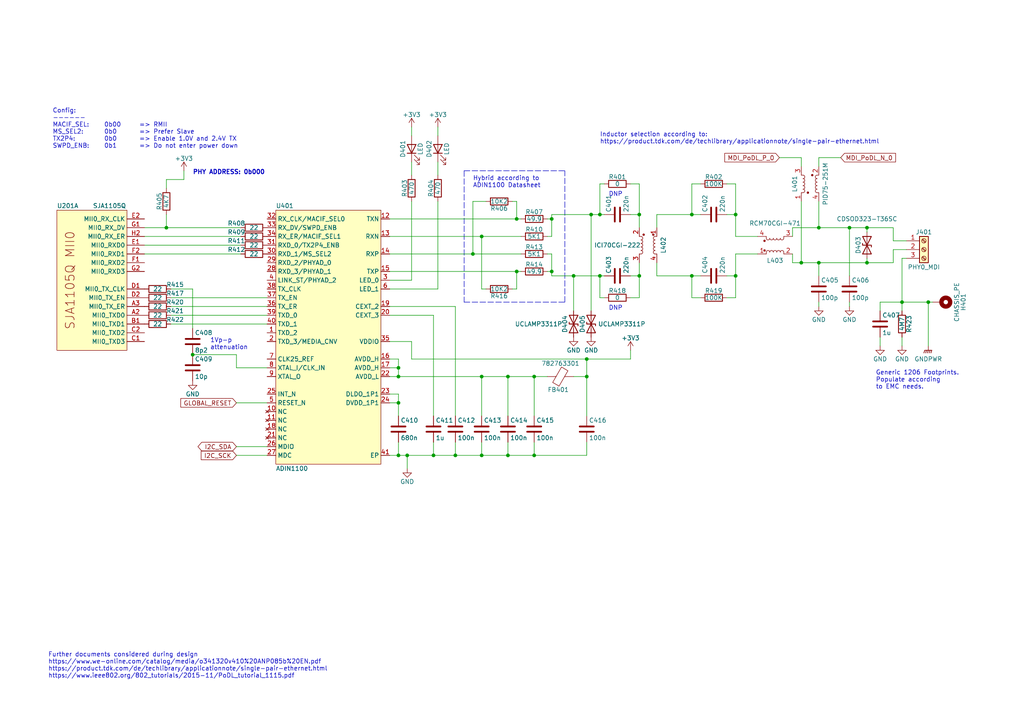
<source format=kicad_sch>
(kicad_sch (version 20211123) (generator eeschema)
  (paper "A4")
  (title_block (title "Open Hardware 10Base-T1L Switch") (date "2023-04-07") (rev "REV A") (company "Peter Heinrich") (comment 1 "Open Hardware License CERN-OHL-P v2") (comment 2 "https://github.com/peterheinrich/Open_10Base-T1L_Switch"))
  (lib_symbols
    (symbol "ADIN1100:ADIN1100"
      (property "Reference" "U" (at 0 1.27 0))
      (property "Value" "ADIN1100" (at 0 -74.93 0))
      (symbol "ADIN1100_1_1"
        (pin input line (at -2.54 -35.56 0) (length 2.54) (name "TXD_2") (number "1"))
        (pin no_connect line (at -2.54 -58.42 0) (length 2.54) (name "NC") (number "10"))
        (pin no_connect line (at -2.54 -60.96 0) (length 2.54) (name "NC") (number "11"))
        (pin bidirectional line (at 33.02 -2.54 180) (length 2.54) (name "TXN") (number "12"))
        (pin bidirectional line (at 33.02 -7.62 180) (length 2.54) (name "RXN") (number "13"))
        (pin bidirectional line (at 33.02 -12.7 180) (length 2.54) (name "RXP") (number "14"))
        (pin bidirectional line (at 33.02 -17.78 180) (length 2.54) (name "TXP") (number "15"))
        (pin power_in line (at 33.02 -43.18 180) (length 2.54) (name "AVDD_H") (number "16"))
        (pin power_in line (at 33.02 -45.72 180) (length 2.54) (name "AVDD_H") (number "17"))
        (pin no_connect line (at -2.54 -63.5 0) (length 2.54) (name "NC") (number "18"))
        (pin input line (at 33.02 -27.94 180) (length 2.54) (name "CEXT_2") (number "19"))
        (pin input line (at -2.54 -38.1 0) (length 2.54) (name "TXD_3/MEDIA_CNV") (number "2"))
        (pin input line (at 33.02 -30.48 180) (length 2.54) (name "CEXT_3") (number "20"))
        (pin no_connect line (at -2.54 -66.04 0) (length 2.54) (name "NC") (number "21"))
        (pin power_in line (at 33.02 -48.26 180) (length 2.54) (name "AVDD_L") (number "22"))
        (pin power_in line (at 33.02 -53.34 180) (length 2.54) (name "DLDO_1P1") (number "23"))
        (pin power_in line (at 33.02 -55.88 180) (length 2.54) (name "DVDD_1P1") (number "24"))
        (pin output line (at -2.54 -53.34 0) (length 2.54) (name "INT_N") (number "25"))
        (pin bidirectional line (at -2.54 -68.58 0) (length 2.54) (name "MDIO") (number "26"))
        (pin input line (at -2.54 -71.12 0) (length 2.54) (name "MDC") (number "27"))
        (pin output line (at -2.54 -17.78 0) (length 2.54) (name "RXD_3/PHYAD_1") (number "28"))
        (pin output line (at -2.54 -15.24 0) (length 2.54) (name "RXD_2/PHYAD_0") (number "29"))
        (pin output line (at 33.02 -20.32 180) (length 2.54) (name "LED_0") (number "3"))
        (pin output line (at -2.54 -12.7 0) (length 2.54) (name "RXD_1/MS_SEL2") (number "30"))
        (pin output line (at -2.54 -10.16 0) (length 2.54) (name "RXD_0/TX2P4_ENB") (number "31"))
        (pin output line (at -2.54 -2.54 0) (length 2.54) (name "RX_CLK/MACIF_SEL0") (number "32"))
        (pin output line (at -2.54 -5.08 0) (length 2.54) (name "RX_DV/SWPD_ENB") (number "33"))
        (pin output line (at -2.54 -7.62 0) (length 2.54) (name "RX_ER/MACIF_SEL1") (number "34"))
        (pin power_in line (at 33.02 -38.1 180) (length 2.54) (name "VDDIO") (number "35"))
        (pin input line (at -2.54 -27.94 0) (length 2.54) (name "TX_ER") (number "36"))
        (pin input line (at -2.54 -25.4 0) (length 2.54) (name "TX_EN") (number "37"))
        (pin output line (at -2.54 -22.86 0) (length 2.54) (name "TX_CLK") (number "38"))
        (pin input line (at -2.54 -30.48 0) (length 2.54) (name "TXD_0") (number "39"))
        (pin output line (at -2.54 -20.32 0) (length 2.54) (name "LINK_ST/PHYAD_2") (number "4"))
        (pin input line (at -2.54 -33.02 0) (length 2.54) (name "TXD_1") (number "40"))
        (pin power_in line (at 33.02 -71.12 180) (length 2.54) (name "EP") (number "41"))
        (pin input line (at -2.54 -55.88 0) (length 2.54) (name "RESET_N") (number "5"))
        (pin output line (at 33.02 -22.86 180) (length 2.54) (name "LED_1") (number "6"))
        (pin output line (at -2.54 -43.18 0) (length 2.54) (name "CLK25_REF") (number "7"))
        (pin input line (at -2.54 -45.72 0) (length 2.54) (name "XTAL_I/CLK_IN") (number "8"))
        (pin output line (at -2.54 -48.26 0) (length 2.54) (name "XTAL_O") (number "9"))
      )
    )
    (symbol "Connector:Screw_Terminal_01x03" (pin_names (offset 1.016) hide)
      (property "Reference" "J" (at 0 5.08 0))
      (property "Value" "Screw_Terminal_01x03" (at 0 -5.08 0))
      (symbol "Screw_Terminal_01x03_1_1"
        (pin passive line (at -5.08 2.54 0) (length 3.81) (name "Pin_1") (number "1"))
        (pin passive line (at -5.08 0 0) (length 3.81) (name "Pin_2") (number "2"))
        (pin passive line (at -5.08 -2.54 0) (length 3.81) (name "Pin_3") (number "3"))
      )
    )
    (symbol "Device:C" (pin_numbers hide) (pin_names (offset 0.254))
      (property "Reference" "C" (at 0.635 2.54 0))
      (property "Value" "C" (at 0.635 -2.54 0))
      (symbol "C_1_1"
        (pin passive line (at 0 3.81 270) (length 2.794) (name "~") (number "1"))
        (pin passive line (at 0 -3.81 90) (length 2.794) (name "~") (number "2"))
      )
    )
    (symbol "Device:D_TVS" (pin_numbers hide) (pin_names (offset 1.016) hide)
      (property "Reference" "D" (at 0 2.54 0))
      (property "Value" "D_TVS" (at 0 -2.54 0))
      (symbol "D_TVS_1_1"
        (pin passive line (at -3.81 0 0) (length 2.54) (name "A1") (number "1"))
        (pin passive line (at 3.81 0 180) (length 2.54) (name "A2") (number "2"))
      )
    )
    (symbol "Device:FerriteBead" (pin_numbers hide) (pin_names (offset 0))
      (property "Reference" "FB" (at -3.81 0.635 90))
      (property "Value" "FerriteBead" (at 3.81 0 90))
      (symbol "FerriteBead_1_1"
        (pin passive line (at 0 3.81 270) (length 2.54) (name "~") (number "1"))
        (pin passive line (at 0 -3.81 90) (length 2.54) (name "~") (number "2"))
      )
    )
    (symbol "Device:LED" (pin_numbers hide) (pin_names (offset 1.016) hide)
      (property "Reference" "D" (at 0 2.54 0))
      (property "Value" "LED" (at 0 -2.54 0))
      (symbol "LED_1_1"
        (pin passive line (at -3.81 0 0) (length 2.54) (name "K") (number "1"))
        (pin passive line (at 3.81 0 180) (length 2.54) (name "A") (number "2"))
      )
    )
    (symbol "Device:L_Coupled_1243" (pin_names (offset 0.254) hide)
      (property "Reference" "L" (at 0 4.445 0))
      (property "Value" "L_Coupled_1243" (at 0 -4.445 0))
      (symbol "L_Coupled_1243_1_1"
        (pin passive line (at -5.08 2.54 0) (length 2.54) (name "1") (number "1"))
        (pin passive line (at 5.08 2.54 180) (length 2.54) (name "2") (number "2"))
        (pin passive line (at 5.08 -2.54 180) (length 2.54) (name "3") (number "3"))
        (pin passive line (at -5.08 -2.54 0) (length 2.54) (name "4") (number "4"))
      )
    )
    (symbol "Device:L_Coupled_1423" (pin_names (offset 0.254) hide)
      (property "Reference" "L" (at 0 4.445 0))
      (property "Value" "L_Coupled_1423" (at 0 -4.445 0))
      (symbol "L_Coupled_1423_1_1"
        (pin passive line (at -5.08 2.54 0) (length 2.54) (name "1") (number "1"))
        (pin passive line (at -5.08 -2.54 0) (length 2.54) (name "2") (number "2"))
        (pin passive line (at 5.08 -2.54 180) (length 2.54) (name "3") (number "3"))
        (pin passive line (at 5.08 2.54 180) (length 2.54) (name "4") (number "4"))
      )
    )
    (symbol "Device:R" (pin_numbers hide) (pin_names (offset 0))
      (property "Reference" "R" (at 2.032 0 90))
      (property "Value" "R" (at 0 0 90))
      (symbol "R_1_1"
        (pin passive line (at 0 3.81 270) (length 1.27) (name "~") (number "1"))
        (pin passive line (at 0 -3.81 90) (length 1.27) (name "~") (number "2"))
      )
    )
    (symbol "L_differential_1324:L_Coupled_1324" (pin_names (offset 0.254) hide)
      (property "Reference" "L?" (at 0 4.445 0))
      (property "Value" "L_Coupled_1324" (at 0 -4.445 0))
      (symbol "L_Coupled_1324_1_1"
        (pin passive line (at -5.08 2.54 0) (length 2.54) (name "1") (number "1"))
        (pin passive line (at 5.08 -2.54 180) (length 2.54) (name "2") (number "2"))
        (pin passive line (at 5.08 2.54 180) (length 2.54) (name "3") (number "3"))
        (pin passive line (at -5.08 -2.54 0) (length 2.54) (name "4") (number "4"))
      )
    )
    (symbol "Mechanical:MountingHole_Pad" (pin_numbers hide) (pin_names (offset 1.016) hide)
      (property "Reference" "H" (at 0 6.35 0))
      (property "Value" "MountingHole_Pad" (at 0 4.445 0))
      (symbol "MountingHole_Pad_1_1"
        (pin input line (at 0 -2.54 90) (length 2.54) (name "1") (number "1"))
      )
    )
    (symbol "SJA1105Q:SJA1105Q"
      (property "Reference" "U" (at 0 1.27 0))
      (property "Value" "SJA1105Q" (at 15.24 1.27 0))
      (symbol "SJA1105Q_1_1"
        (text "SJA1105Q MII0" (at 3.81 -20.32 900) (effects (font (size 2.54 2.54))))
        (pin output line (at 25.4 -30.48 180) (length 5.08) (name "MII0_TXD0") (number "A2"))
        (pin output line (at 25.4 -27.94 180) (length 5.08) (name "MII0_TX_ER") (number "A3"))
        (pin output line (at 25.4 -33.02 180) (length 5.08) (name "MII0_TXD1") (number "B1"))
        (pin output line (at 25.4 -38.1 180) (length 5.08) (name "MII0_TXD3") (number "C1"))
        (pin output line (at 25.4 -35.56 180) (length 5.08) (name "MII0_TXD2") (number "C2"))
        (pin bidirectional line (at 25.4 -22.86 180) (length 5.08) (name "MII0_TX_CLK") (number "D1"))
        (pin output line (at 25.4 -25.4 180) (length 5.08) (name "MII0_TX_EN") (number "D2"))
        (pin input line (at 25.4 -10.16 180) (length 5.08) (name "MII0_RXD0") (number "E1"))
        (pin bidirectional line (at 25.4 -2.54 180) (length 5.08) (name "MII0_RX_CLK") (number "E2"))
        (pin input line (at 25.4 -15.24 180) (length 5.08) (name "MII0_RXD2") (number "F1"))
        (pin input line (at 25.4 -12.7 180) (length 5.08) (name "MII0_RXD1") (number "F2"))
        (pin input line (at 25.4 -5.08 180) (length 5.08) (name "MII0_RX_DV") (number "G1"))
        (pin input line (at 25.4 -17.78 180) (length 5.08) (name "MII0_RXD3") (number "G2"))
        (pin input line (at 25.4 -7.62 180) (length 5.08) (name "MII0_RX_ER") (number "H2"))
      )
      (symbol "SJA1105Q_2_1"
        (text "SJA1105Q MII1" (at 3.81 -20.32 900) (effects (font (size 2.54 2.54))))
        (pin output line (at 25.4 -27.94 180) (length 5.08) (name "MII1_TX_ER") (number "A10"))
        (pin input line (at 25.4 -5.08 180) (length 5.08) (name "MII1_RX_DV") (number "A4"))
        (pin input line (at 25.4 -15.24 180) (length 5.08) (name "MII1_RXD2") (number "A5"))
        (pin input line (at 25.4 -10.16 180) (length 5.08) (name "MII1_RXD0") (number "A6"))
        (pin bidirectional line (at 25.4 -22.86 180) (length 5.08) (name "MII1_TX_CLK") (number "A7"))
        (pin output line (at 25.4 -38.1 180) (length 5.08) (name "MII1_TXD3") (number "A8"))
        (pin output line (at 25.4 -33.02 180) (length 5.08) (name "MII1_TXD1") (number "A9"))
        (pin input line (at 25.4 -7.62 180) (length 5.08) (name "MII1_RX_ER") (number "B3"))
        (pin input line (at 25.4 -17.78 180) (length 5.08) (name "MII1_RXD3") (number "B4"))
        (pin input line (at 25.4 -12.7 180) (length 5.08) (name "MII1_RXD1") (number "B5"))
        (pin bidirectional line (at 25.4 -2.54 180) (length 5.08) (name "MII1_RX_CLK") (number "B6"))
        (pin output line (at 25.4 -25.4 180) (length 5.08) (name "MII1_TX_EN") (number "B7"))
        (pin output line (at 25.4 -35.56 180) (length 5.08) (name "MII1_TXD2") (number "B8"))
        (pin output line (at 25.4 -30.48 180) (length 5.08) (name "MII1_TXD0") (number "B9"))
      )
      (symbol "SJA1105Q_3_1"
        (text "SJA1105Q MII2" (at 3.81 -20.32 900) (effects (font (size 2.54 2.54))))
        (pin input line (at 25.4 -5.08 180) (length 5.08) (name "MII2_RX_DV") (number "A11"))
        (pin input line (at 25.4 -15.24 180) (length 5.08) (name "MII2_RXD2") (number "A12"))
        (pin input line (at 25.4 -10.16 180) (length 5.08) (name "MII2_RXD0") (number "A13"))
        (pin input line (at 25.4 -7.62 180) (length 5.08) (name "MII2_RX_ER") (number "B10"))
        (pin input line (at 25.4 -17.78 180) (length 5.08) (name "MII2_RXD3") (number "B11"))
        (pin input line (at 25.4 -12.7 180) (length 5.08) (name "MII2_RXD1") (number "B12"))
        (pin bidirectional line (at 25.4 -2.54 180) (length 5.08) (name "MII2_RX_CLK") (number "B14"))
        (pin output line (at 25.4 -25.4 180) (length 5.08) (name "MII2_TX_EN") (number "C13"))
        (pin bidirectional line (at 25.4 -22.86 180) (length 5.08) (name "MII2_TX_CLK") (number "C14"))
        (pin output line (at 25.4 -35.56 180) (length 5.08) (name "MII2_TXD2") (number "D13"))
        (pin output line (at 25.4 -38.1 180) (length 5.08) (name "MII2_TXD3") (number "D14"))
        (pin output line (at 25.4 -30.48 180) (length 5.08) (name "MII2_TXD0") (number "E13"))
        (pin output line (at 25.4 -33.02 180) (length 5.08) (name "MII2_TXD1") (number "E14"))
        (pin output line (at 25.4 -27.94 180) (length 5.08) (name "MII2_TX_ER") (number "F14"))
      )
      (symbol "SJA1105Q_4_1"
        (text "SJA1105Q MII3" (at 3.81 -20.32 900) (effects (font (size 2.54 2.54))))
        (pin input line (at 25.4 -7.62 180) (length 5.08) (name "MII3_RX_ER") (number "F13"))
        (pin input line (at 25.4 -17.78 180) (length 5.08) (name "MII3_RXD3") (number "G13"))
        (pin input line (at 25.4 -5.08 180) (length 5.08) (name "MII3_RX_DV") (number "G14"))
        (pin input line (at 25.4 -12.7 180) (length 5.08) (name "MII3_RXD1") (number "H13"))
        (pin input line (at 25.4 -15.24 180) (length 5.08) (name "MII3_RXD2") (number "H14"))
        (pin bidirectional line (at 25.4 -2.54 180) (length 5.08) (name "MII3_RX_CLK") (number "J13"))
        (pin input line (at 25.4 -10.16 180) (length 5.08) (name "MII3_RXD0") (number "J14"))
        (pin output line (at 25.4 -25.4 180) (length 5.08) (name "MII3_TX_EN") (number "K13"))
        (pin bidirectional line (at 25.4 -22.86 180) (length 5.08) (name "MII3_TX_CLK") (number "K14"))
        (pin output line (at 25.4 -35.56 180) (length 5.08) (name "MII3_TXD2") (number "L13"))
        (pin output line (at 25.4 -38.1 180) (length 5.08) (name "MII3_TXD3") (number "L14"))
        (pin output line (at 25.4 -30.48 180) (length 5.08) (name "MII3_TXD0") (number "M13"))
        (pin output line (at 25.4 -33.02 180) (length 5.08) (name "MII3_TXD1") (number "M14"))
        (pin output line (at 25.4 -27.94 180) (length 5.08) (name "MII3_TX_ER") (number "N14"))
      )
      (symbol "SJA1105Q_5_1"
        (text "SJA1105Q MII4" (at 3.81 -20.32 900) (effects (font (size 2.54 2.54))))
        (pin input line (at 25.4 -10.16 180) (length 5.08) (name "MII4_RXD0") (number "N10"))
        (pin input line (at 25.4 -15.24 180) (length 5.08) (name "MII4_RXD2") (number "N11"))
        (pin input line (at 25.4 -5.08 180) (length 5.08) (name "MII4_RX_DV") (number "N12"))
        (pin output line (at 25.4 -33.02 180) (length 5.08) (name "MII4_TXD1") (number "N7"))
        (pin output line (at 25.4 -38.1 180) (length 5.08) (name "MII4_TXD3") (number "N8"))
        (pin bidirectional line (at 25.4 -22.86 180) (length 5.08) (name "MII4_TX_CLK") (number "N9"))
        (pin bidirectional line (at 25.4 -2.54 180) (length 5.08) (name "MII4_RX_CLK") (number "P10"))
        (pin input line (at 25.4 -12.7 180) (length 5.08) (name "MII4_RXD1") (number "P11"))
        (pin input line (at 25.4 -17.78 180) (length 5.08) (name "MII4_RXD3") (number "P12"))
        (pin input line (at 25.4 -7.62 180) (length 5.08) (name "MII4_RX_ER") (number "P13"))
        (pin output line (at 25.4 -27.94 180) (length 5.08) (name "MII4_TX_ER") (number "P6"))
        (pin output line (at 25.4 -30.48 180) (length 5.08) (name "MII4_TXD0") (number "P7"))
        (pin output line (at 25.4 -35.56 180) (length 5.08) (name "MII4_TXD2") (number "P8"))
        (pin output line (at 25.4 -25.4 180) (length 5.08) (name "MII4_TX_EN") (number "P9"))
      )
      (symbol "SJA1105Q_6_1"
        (text "SJA1105Q CLK" (at 15.24 -17.78 900) (effects (font (size 2.54 2.54))))
        (pin output line (at -5.08 -2.54 0) (length 5.08) (name "CLK_OUT") (number "H1"))
        (pin input line (at -5.08 -20.32 0) (length 5.08) (name "OSC_IN") (number "K2"))
        (pin output line (at -5.08 -7.62 0) (length 5.08) (name "OSC_OUT") (number "L1"))
        (pin power_in line (at 33.02 -17.78 180) (length 5.08) (name "i.c.") (number "L4"))
        (pin input line (at 33.02 -2.54 180) (length 5.08) (name "TRST_N") (number "M1"))
        (pin input line (at 33.02 -10.16 180) (length 5.08) (name "TDI") (number "M2"))
        (pin input line (at 33.02 -12.7 180) (length 5.08) (name "TCK") (number "N1"))
        (pin output line (at 33.02 -7.62 180) (length 5.08) (name "TDO") (number "N3"))
        (pin bidirectional line (at -5.08 -33.02 0) (length 5.08) (name "PTP_CLK") (number "N4"))
        (pin input line (at 33.02 -25.4 180) (length 5.08) (name "SDI") (number "N5"))
        (pin input line (at 33.02 -30.48 180) (length 5.08) (name "SS_N") (number "N6"))
        (pin input line (at 33.02 -5.08 180) (length 5.08) (name "TMS") (number "P2"))
        (pin input line (at 33.02 -33.02 180) (length 5.08) (name "RST_N") (number "P3"))
        (pin output line (at 33.02 -27.94 180) (length 5.08) (name "SDO") (number "P4"))
        (pin input line (at 33.02 -22.86 180) (length 5.08) (name "SCK") (number "P5"))
      )
      (symbol "SJA1105Q_7_1"
        (text "SJA1105Q Power" (at 12.7 -48.26 900) (effects (font (size 2.54 2.54))))
        (pin power_in line (at -5.08 -2.54 0) (length 5.08) (name "VSS") (number "A1"))
        (pin power_in line (at 33.02 -88.9 180) (length 5.08) (name "VSS") (number "A14"))
        (pin power_in line (at 33.02 -83.82 180) (length 5.08) (name "VSS") (number "B13"))
        (pin power_in line (at 33.02 -48.26 180) (length 5.08) (name "VDDIO_MII2") (number "D10"))
        (pin power_in line (at 33.02 -50.8 180) (length 5.08) (name "VDDIO_MII2") (number "D11"))
        (pin power_in line (at 33.02 -33.02 180) (length 5.08) (name "VDDIO_MII0") (number "D4"))
        (pin power_in line (at 33.02 -40.64 180) (length 5.08) (name "VDDIO_MII1") (number "D5"))
        (pin power_in line (at 33.02 -7.62 180) (length 5.08) (name "VDD_CORE") (number "D6"))
        (pin power_in line (at 33.02 -43.18 180) (length 5.08) (name "VDDIO_MII1") (number "D7"))
        (pin power_in line (at 33.02 -45.72 180) (length 5.08) (name "VDDIO_MII1") (number "D8"))
        (pin power_in line (at 33.02 -12.7 180) (length 5.08) (name "VDD_CORE") (number "D9"))
        (pin power_in line (at -5.08 -91.44 0) (length 5.08) (name "VSS") (number "E10"))
        (pin power_in line (at 33.02 -53.34 180) (length 5.08) (name "VDDIO_MII2") (number "E11"))
        (pin power_in line (at 33.02 -35.56 180) (length 5.08) (name "VDDIO_MII0") (number "E4"))
        (pin power_in line (at -5.08 -12.7 0) (length 5.08) (name "VSS") (number "E5"))
        (pin power_in line (at -5.08 -27.94 0) (length 5.08) (name "VSS") (number "E6"))
        (pin power_in line (at -5.08 -43.18 0) (length 5.08) (name "VSS") (number "E7"))
        (pin power_in line (at -5.08 -60.96 0) (length 5.08) (name "VSS") (number "E8"))
        (pin power_in line (at -5.08 -76.2 0) (length 5.08) (name "VSS") (number "E9"))
        (pin power_in line (at -5.08 -93.98 0) (length 5.08) (name "VSS") (number "F10"))
        (pin power_in line (at 33.02 -17.78 180) (length 5.08) (name "VDD_CORE") (number "F11"))
        (pin power_in line (at 33.02 -2.54 180) (length 5.08) (name "VDD_CORE") (number "F4"))
        (pin power_in line (at -5.08 -15.24 0) (length 5.08) (name "VSS") (number "F5"))
        (pin power_in line (at -5.08 -30.48 0) (length 5.08) (name "VSS") (number "F6"))
        (pin power_in line (at -5.08 -45.72 0) (length 5.08) (name "VSS") (number "F7"))
        (pin power_in line (at -5.08 -63.5 0) (length 5.08) (name "VSS") (number "F8"))
        (pin power_in line (at -5.08 -78.74 0) (length 5.08) (name "VSS") (number "F9"))
        (pin power_in line (at -5.08 -96.52 0) (length 5.08) (name "VSS") (number "G10"))
        (pin power_in line (at 33.02 -55.88 180) (length 5.08) (name "VDDIO_MII3") (number "G11"))
        (pin power_in line (at 33.02 -38.1 180) (length 5.08) (name "VDDIO_MII0") (number "G4"))
        (pin power_in line (at -5.08 -17.78 0) (length 5.08) (name "VSS") (number "G5"))
        (pin power_in line (at -5.08 -33.02 0) (length 5.08) (name "VSS") (number "G6"))
        (pin power_in line (at -5.08 -48.26 0) (length 5.08) (name "VSS") (number "G7"))
        (pin power_in line (at -5.08 -66.04 0) (length 5.08) (name "VSS") (number "G8"))
        (pin power_in line (at -5.08 -81.28 0) (length 5.08) (name "VSS") (number "G9"))
        (pin power_in line (at 33.02 -76.2 180) (length 5.08) (name "VSS") (number "H10"))
        (pin power_in line (at 33.02 -58.42 180) (length 5.08) (name "VDDIO_MII3") (number "H11"))
        (pin power_in line (at 33.02 -27.94 180) (length 5.08) (name "VDDIO_CLO") (number "H4"))
        (pin power_in line (at -5.08 -20.32 0) (length 5.08) (name "VSS") (number "H5"))
        (pin power_in line (at -5.08 -35.56 0) (length 5.08) (name "VSS") (number "H6"))
        (pin power_in line (at -5.08 -50.8 0) (length 5.08) (name "VSS") (number "H7"))
        (pin power_in line (at -5.08 -68.58 0) (length 5.08) (name "VSS") (number "H8"))
        (pin power_in line (at -5.08 -83.82 0) (length 5.08) (name "VSS") (number "H9"))
        (pin power_in line (at 33.02 -25.4 180) (length 5.08) (name "VDDA_PLL") (number "J1"))
        (pin power_in line (at 33.02 -78.74 180) (length 5.08) (name "VSS") (number "J10"))
        (pin power_in line (at 33.02 -20.32 180) (length 5.08) (name "VDD_CORE") (number "J11"))
        (pin power_in line (at 33.02 -96.52 180) (length 5.08) (name "VSSA_PLL") (number "J2"))
        (pin power_in line (at 33.02 -5.08 180) (length 5.08) (name "VDD_CORE") (number "J4"))
        (pin power_in line (at -5.08 -22.86 0) (length 5.08) (name "VSS") (number "J5"))
        (pin power_in line (at -5.08 -38.1 0) (length 5.08) (name "VSS") (number "J6"))
        (pin power_in line (at -5.08 -53.34 0) (length 5.08) (name "VSS") (number "J7"))
        (pin power_in line (at -5.08 -71.12 0) (length 5.08) (name "VSS") (number "J8"))
        (pin power_in line (at -5.08 -86.36 0) (length 5.08) (name "VSS") (number "J9"))
        (pin power_in line (at 33.02 -22.86 180) (length 5.08) (name "VDDA_OSC") (number "K1"))
        (pin power_in line (at 33.02 -81.28 180) (length 5.08) (name "VSS") (number "K10"))
        (pin power_in line (at 33.02 -60.96 180) (length 5.08) (name "VDDIO_MII3") (number "K11"))
        (pin power_in line (at -5.08 -10.16 0) (length 5.08) (name "VSS") (number "K4"))
        (pin power_in line (at -5.08 -25.4 0) (length 5.08) (name "VSS") (number "K5"))
        (pin power_in line (at -5.08 -40.64 0) (length 5.08) (name "VSS") (number "K6"))
        (pin power_in line (at -5.08 -55.88 0) (length 5.08) (name "VSS") (number "K7"))
        (pin power_in line (at -5.08 -73.66 0) (length 5.08) (name "VSS") (number "K8"))
        (pin power_in line (at -5.08 -88.9 0) (length 5.08) (name "VSS") (number "K9"))
        (pin power_in line (at 33.02 -66.04 180) (length 5.08) (name "VDDIO_MII4") (number "L10"))
        (pin power_in line (at 33.02 -68.58 180) (length 5.08) (name "VDDIO_MII4") (number "L11"))
        (pin power_in line (at 33.02 -93.98 180) (length 5.08) (name "VSSA_OSC") (number "L2"))
        (pin power_in line (at 33.02 -30.48 180) (length 5.08) (name "VDDIO_HOST") (number "L5"))
        (pin power_in line (at 33.02 -10.16 180) (length 5.08) (name "VDD_CORE") (number "L6"))
        (pin power_in line (at -5.08 -58.42 0) (length 5.08) (name "VSS") (number "L7"))
        (pin power_in line (at 33.02 -63.5 180) (length 5.08) (name "VDDIO_MII4") (number "L8"))
        (pin power_in line (at 33.02 -15.24 180) (length 5.08) (name "VDD_CORE") (number "L9"))
        (pin power_in line (at 33.02 -86.36 180) (length 5.08) (name "VSS") (number "N13"))
        (pin power_in line (at -5.08 -7.62 0) (length 5.08) (name "VSS") (number "N2"))
        (pin power_in line (at -5.08 -5.08 0) (length 5.08) (name "VSS") (number "P1"))
        (pin power_in line (at 33.02 -91.44 180) (length 5.08) (name "VSS") (number "P14"))
      )
    )
    (symbol "power:+3V3" (power) (pin_names (offset 0))
      (property "Value" "+3V3" (at 0 3.556 0))
      (symbol "+3V3_1_1"
        (pin power_in line (at 0 0 90) (length 0) hide (name "+3V3") (number "1"))
      )
    )
    (symbol "power:GND" (power) (pin_names (offset 0))
      (property "Value" "GND" (at 0 -3.81 0))
      (symbol "GND_1_1"
        (pin power_in line (at 0 0 270) (length 0) hide (name "GND") (number "1"))
      )
    )
    (symbol "power:GNDPWR" (power) (pin_names (offset 0))
      (property "Value" "GNDPWR" (at 0 -3.302 0))
      (symbol "GNDPWR_1_1"
        (pin power_in line (at 0 0 270) (length 0) hide (name "GNDPWR") (number "1"))
      )
    )
  )
  (junction (at 160.02 78.74))
  (junction (at 170.18 104.14))
  (junction (at 139.7 68.58))
  (junction (at 147.32 132.08))
  (junction (at 160.02 63.5))
  (junction (at 132.08 132.08))
  (junction (at 166.37 80.01))
  (junction (at 115.57 106.68))
  (junction (at 139.7 109.22))
  (junction (at 185.42 80.01))
  (junction (at 115.57 109.22))
  (junction (at 149.86 63.5))
  (junction (at 251.46 76.2))
  (junction (at 55.88 102.87))
  (junction (at 213.36 80.01))
  (junction (at 261.62 87.63))
  (junction (at 246.38 66.04))
  (junction (at 154.94 132.08))
  (junction (at 200.66 62.23))
  (junction (at 139.7 132.08))
  (junction (at 147.32 109.22))
  (junction (at 171.45 62.23))
  (junction (at 213.36 62.23))
  (junction (at 173.99 80.01))
  (junction (at 237.49 66.04))
  (junction (at 154.94 109.22))
  (junction (at 269.24 87.63))
  (junction (at 115.57 132.08))
  (junction (at 118.11 132.08))
  (junction (at 125.73 132.08))
  (junction (at 115.57 116.84))
  (junction (at 48.26 66.04))
  (junction (at 137.16 73.66))
  (junction (at 251.46 66.04))
  (junction (at 200.66 80.01))
  (junction (at 173.99 62.23))
  (junction (at 149.86 78.74))
  (junction (at 170.18 109.22))
  (junction (at 185.42 62.23))
  (junction (at 237.49 76.2))
  (junction (at 232.41 76.2))
  (wire (pts (xy 232.41 45.72) (xy 232.41 48.26)))
  (wire (pts (xy 140.97 58.42) (xy 137.16 58.42)))
  (polyline (pts (xy 134.62 87.63) (xy 163.83 87.63)))
  (wire (pts (xy 68.58 106.68) (xy 77.47 106.68)))
  (wire (pts (xy 210.82 53.34) (xy 213.36 53.34)))
  (wire (pts (xy 210.82 86.36) (xy 213.36 86.36)))
  (wire (pts (xy 115.57 106.68) (xy 115.57 109.22)))
  (wire (pts (xy 190.5 62.23) (xy 190.5 66.04)))
  (wire (pts (xy 158.75 68.58) (xy 160.02 68.58)))
  (wire (pts (xy 118.11 132.08) (xy 125.73 132.08)))
  (wire (pts (xy 173.99 86.36) (xy 173.99 80.01)))
  (wire (pts (xy 49.53 86.36) (xy 77.47 86.36)))
  (wire (pts (xy 139.7 68.58) (xy 139.7 83.82)))
  (wire (pts (xy 137.16 58.42) (xy 137.16 73.66)))
  (wire (pts (xy 119.38 81.28) (xy 113.03 81.28)))
  (wire (pts (xy 219.71 68.58) (xy 213.36 68.58)))
  (wire (pts (xy 127 36.83) (xy 127 39.37)))
  (wire (pts (xy 49.53 88.9) (xy 77.47 88.9)))
  (wire (pts (xy 115.57 114.3) (xy 115.57 116.84)))
  (wire (pts (xy 185.42 86.36) (xy 185.42 80.01)))
  (wire (pts (xy 173.99 62.23) (xy 175.26 62.23)))
  (polyline (pts (xy 134.62 49.53) (xy 163.83 49.53)))
  (wire (pts (xy 113.03 104.14) (xy 115.57 104.14)))
  (wire (pts (xy 41.91 73.66) (xy 69.85 73.66)))
  (wire (pts (xy 154.94 120.65) (xy 154.94 109.22)))
  (wire (pts (xy 149.86 58.42) (xy 149.86 63.5)))
  (polyline (pts (xy 163.83 87.63) (xy 163.83 49.53)))
  (wire (pts (xy 115.57 116.84) (xy 115.57 120.65)))
  (wire (pts (xy 190.5 62.23) (xy 200.66 62.23)))
  (wire (pts (xy 237.49 87.63) (xy 237.49 88.9)))
  (wire (pts (xy 182.88 104.14) (xy 182.88 101.6)))
  (wire (pts (xy 213.36 53.34) (xy 213.36 62.23)))
  (wire (pts (xy 119.38 36.83) (xy 119.38 39.37)))
  (wire (pts (xy 55.88 83.82) (xy 55.88 95.25)))
  (wire (pts (xy 53.34 49.53) (xy 53.34 52.07)))
  (wire (pts (xy 166.37 80.01) (xy 166.37 90.17)))
  (wire (pts (xy 226.06 45.72) (xy 232.41 45.72)))
  (wire (pts (xy 160.02 62.23) (xy 171.45 62.23)))
  (wire (pts (xy 160.02 80.01) (xy 160.02 78.74)))
  (wire (pts (xy 182.88 86.36) (xy 185.42 86.36)))
  (wire (pts (xy 147.32 132.08) (xy 154.94 132.08)))
  (wire (pts (xy 170.18 104.14) (xy 182.88 104.14)))
  (wire (pts (xy 115.57 132.08) (xy 118.11 132.08)))
  (wire (pts (xy 158.75 73.66) (xy 160.02 73.66)))
  (wire (pts (xy 160.02 62.23) (xy 160.02 63.5)))
  (wire (pts (xy 255.27 97.79) (xy 255.27 100.33)))
  (wire (pts (xy 48.26 52.07) (xy 53.34 52.07)))
  (wire (pts (xy 170.18 132.08) (xy 170.18 128.27)))
  (wire (pts (xy 113.03 73.66) (xy 137.16 73.66)))
  (wire (pts (xy 170.18 109.22) (xy 170.18 120.65)))
  (wire (pts (xy 200.66 86.36) (xy 200.66 80.01)))
  (polyline (pts (xy 134.62 49.53) (xy 134.62 87.63)))
  (wire (pts (xy 119.38 104.14) (xy 170.18 104.14)))
  (wire (pts (xy 173.99 80.01) (xy 166.37 80.01)))
  (wire (pts (xy 113.03 78.74) (xy 149.86 78.74)))
  (wire (pts (xy 171.45 62.23) (xy 171.45 90.17)))
  (wire (pts (xy 269.24 87.63) (xy 269.24 100.33)))
  (wire (pts (xy 246.38 66.04) (xy 246.38 80.01)))
  (wire (pts (xy 200.66 80.01) (xy 203.2 80.01)))
  (wire (pts (xy 148.59 58.42) (xy 149.86 58.42)))
  (wire (pts (xy 48.26 66.04) (xy 69.85 66.04)))
  (wire (pts (xy 68.58 116.84) (xy 77.47 116.84)))
  (wire (pts (xy 68.58 129.54) (xy 77.47 129.54)))
  (wire (pts (xy 68.58 132.08) (xy 77.47 132.08)))
  (wire (pts (xy 41.91 71.12) (xy 69.85 71.12)))
  (wire (pts (xy 237.49 76.2) (xy 237.49 80.01)))
  (wire (pts (xy 139.7 68.58) (xy 151.13 68.58)))
  (wire (pts (xy 259.08 72.39) (xy 259.08 76.2)))
  (wire (pts (xy 154.94 109.22) (xy 158.75 109.22)))
  (wire (pts (xy 132.08 128.27) (xy 132.08 132.08)))
  (wire (pts (xy 119.38 99.06) (xy 119.38 104.14)))
  (wire (pts (xy 229.87 66.04) (xy 237.49 66.04)))
  (wire (pts (xy 115.57 104.14) (xy 115.57 106.68)))
  (wire (pts (xy 139.7 109.22) (xy 115.57 109.22)))
  (wire (pts (xy 49.53 83.82) (xy 55.88 83.82)))
  (wire (pts (xy 203.2 86.36) (xy 200.66 86.36)))
  (wire (pts (xy 140.97 83.82) (xy 139.7 83.82)))
  (wire (pts (xy 125.73 132.08) (xy 125.73 128.27)))
  (wire (pts (xy 237.49 48.26) (xy 237.49 45.72)))
  (wire (pts (xy 132.08 132.08) (xy 125.73 132.08)))
  (wire (pts (xy 147.32 109.22) (xy 139.7 109.22)))
  (wire (pts (xy 113.03 63.5) (xy 149.86 63.5)))
  (wire (pts (xy 237.49 45.72) (xy 243.84 45.72)))
  (wire (pts (xy 139.7 120.65) (xy 139.7 109.22)))
  (wire (pts (xy 171.45 62.23) (xy 173.99 62.23)))
  (wire (pts (xy 182.88 80.01) (xy 185.42 80.01)))
  (wire (pts (xy 160.02 63.5) (xy 160.02 68.58)))
  (wire (pts (xy 203.2 53.34) (xy 200.66 53.34)))
  (wire (pts (xy 115.57 128.27) (xy 115.57 132.08)))
  (wire (pts (xy 113.03 88.9) (xy 132.08 88.9)))
  (wire (pts (xy 190.5 80.01) (xy 190.5 76.2)))
  (wire (pts (xy 229.87 66.04) (xy 229.87 68.58)))
  (wire (pts (xy 269.24 87.63) (xy 261.62 87.63)))
  (wire (pts (xy 185.42 80.01) (xy 185.42 76.2)))
  (wire (pts (xy 237.49 66.04) (xy 246.38 66.04)))
  (wire (pts (xy 213.36 86.36) (xy 213.36 80.01)))
  (wire (pts (xy 175.26 53.34) (xy 173.99 53.34)))
  (wire (pts (xy 237.49 76.2) (xy 251.46 76.2)))
  (wire (pts (xy 182.88 62.23) (xy 185.42 62.23)))
  (wire (pts (xy 160.02 80.01) (xy 166.37 80.01)))
  (wire (pts (xy 113.03 106.68) (xy 115.57 106.68)))
  (wire (pts (xy 261.62 87.63) (xy 261.62 90.17)))
  (wire (pts (xy 213.36 73.66) (xy 213.36 80.01)))
  (wire (pts (xy 119.38 58.42) (xy 119.38 81.28)))
  (wire (pts (xy 173.99 53.34) (xy 173.99 62.23)))
  (wire (pts (xy 262.89 72.39) (xy 259.08 72.39)))
  (wire (pts (xy 41.91 66.04) (xy 48.26 66.04)))
  (wire (pts (xy 255.27 87.63) (xy 255.27 90.17)))
  (wire (pts (xy 118.11 132.08) (xy 118.11 135.89)))
  (wire (pts (xy 170.18 104.14) (xy 170.18 109.22)))
  (wire (pts (xy 115.57 116.84) (xy 113.03 116.84)))
  (wire (pts (xy 127 83.82) (xy 127 58.42)))
  (wire (pts (xy 148.59 83.82) (xy 149.86 83.82)))
  (wire (pts (xy 175.26 80.01) (xy 173.99 80.01)))
  (wire (pts (xy 139.7 132.08) (xy 139.7 128.27)))
  (wire (pts (xy 213.36 62.23) (xy 213.36 68.58)))
  (wire (pts (xy 127 46.99) (xy 127 50.8)))
  (wire (pts (xy 190.5 80.01) (xy 200.66 80.01)))
  (wire (pts (xy 170.18 109.22) (xy 166.37 109.22)))
  (wire (pts (xy 261.62 74.93) (xy 262.89 74.93)))
  (wire (pts (xy 147.32 132.08) (xy 147.32 128.27)))
  (wire (pts (xy 229.87 76.2) (xy 232.41 76.2)))
  (wire (pts (xy 147.32 120.65) (xy 147.32 109.22)))
  (wire (pts (xy 261.62 87.63) (xy 261.62 74.93)))
  (wire (pts (xy 175.26 86.36) (xy 173.99 86.36)))
  (wire (pts (xy 125.73 120.65) (xy 125.73 91.44)))
  (wire (pts (xy 251.46 76.2) (xy 259.08 76.2)))
  (wire (pts (xy 113.03 132.08) (xy 115.57 132.08)))
  (wire (pts (xy 185.42 62.23) (xy 185.42 66.04)))
  (wire (pts (xy 125.73 91.44) (xy 113.03 91.44)))
  (wire (pts (xy 246.38 87.63) (xy 246.38 88.9)))
  (wire (pts (xy 154.94 132.08) (xy 170.18 132.08)))
  (wire (pts (xy 261.62 87.63) (xy 255.27 87.63)))
  (wire (pts (xy 270.51 87.63) (xy 269.24 87.63)))
  (wire (pts (xy 119.38 46.99) (xy 119.38 50.8)))
  (wire (pts (xy 132.08 132.08) (xy 139.7 132.08)))
  (wire (pts (xy 139.7 132.08) (xy 147.32 132.08)))
  (wire (pts (xy 113.03 114.3) (xy 115.57 114.3)))
  (wire (pts (xy 113.03 99.06) (xy 119.38 99.06)))
  (wire (pts (xy 68.58 102.87) (xy 68.58 106.68)))
  (wire (pts (xy 41.91 68.58) (xy 69.85 68.58)))
  (wire (pts (xy 251.46 66.04) (xy 259.08 66.04)))
  (wire (pts (xy 137.16 73.66) (xy 151.13 73.66)))
  (wire (pts (xy 251.46 66.04) (xy 251.46 67.31)))
  (wire (pts (xy 229.87 76.2) (xy 229.87 73.66)))
  (wire (pts (xy 237.49 58.42) (xy 237.49 66.04)))
  (wire (pts (xy 210.82 62.23) (xy 213.36 62.23)))
  (wire (pts (xy 113.03 83.82) (xy 127 83.82)))
  (wire (pts (xy 149.86 63.5) (xy 151.13 63.5)))
  (wire (pts (xy 48.26 54.61) (xy 48.26 52.07)))
  (wire (pts (xy 154.94 109.22) (xy 147.32 109.22)))
  (wire (pts (xy 232.41 76.2) (xy 237.49 76.2)))
  (wire (pts (xy 154.94 132.08) (xy 154.94 128.27)))
  (wire (pts (xy 113.03 68.58) (xy 139.7 68.58)))
  (wire (pts (xy 55.88 102.87) (xy 68.58 102.87)))
  (wire (pts (xy 219.71 73.66) (xy 213.36 73.66)))
  (wire (pts (xy 200.66 62.23) (xy 203.2 62.23)))
  (wire (pts (xy 160.02 78.74) (xy 160.02 73.66)))
  (wire (pts (xy 158.75 78.74) (xy 160.02 78.74)))
  (wire (pts (xy 49.53 91.44) (xy 77.47 91.44)))
  (wire (pts (xy 48.26 62.23) (xy 48.26 66.04)))
  (wire (pts (xy 182.88 53.34) (xy 185.42 53.34)))
  (wire (pts (xy 246.38 66.04) (xy 251.46 66.04)))
  (wire (pts (xy 213.36 80.01) (xy 210.82 80.01)))
  (wire (pts (xy 149.86 78.74) (xy 151.13 78.74)))
  (wire (pts (xy 251.46 74.93) (xy 251.46 76.2)))
  (wire (pts (xy 259.08 69.85) (xy 259.08 66.04)))
  (wire (pts (xy 200.66 53.34) (xy 200.66 62.23)))
  (wire (pts (xy 262.89 69.85) (xy 259.08 69.85)))
  (wire (pts (xy 149.86 78.74) (xy 149.86 83.82)))
  (wire (pts (xy 115.57 109.22) (xy 113.03 109.22)))
  (wire (pts (xy 132.08 88.9) (xy 132.08 120.65)))
  (wire (pts (xy 158.75 63.5) (xy 160.02 63.5)))
  (wire (pts (xy 185.42 53.34) (xy 185.42 62.23)))
  (wire (pts (xy 232.41 58.42) (xy 232.41 76.2)))
  (wire (pts (xy 261.62 97.79) (xy 261.62 100.33)))
  (wire (pts (xy 49.53 93.98) (xy 77.47 93.98)))
  (text "1Vp-p\nattenuation" (at 60.96 101.6 0) (effects (font (size 1.27 1.27)) (justify left bottom)))
  (text "Config:\n------\nMACIF_SEL: 	0b00 	=> RMII\nMS_SEL2: 	0b0 	=> Prefer Slave\nTX2P4: 		0b0 	=> Enable 1.0V and 2.4V TX\nSWPD_ENB: 	0b1 	=> Do not enter power down" (at 15.24 43.18 0) (effects (font (size 1.27 1.27)) (justify left bottom)))
  (text "DNP" (at 176.53 57.15 0) (effects (font (size 1.27 1.27)) (justify left bottom)))
  (text "PHY ADDRESS: 0b000" (at 55.88 50.8 0) (effects (font (size 1.27 1.27) bold) (justify left bottom)))
  (text "DNP" (at 176.53 90.17 0) (effects (font (size 1.27 1.27)) (justify left bottom)))
  (text "Generic 1206 Footprints.\nPopulate according \nto EMC needs." (at 254 113.03 0) (effects (font (size 1.27 1.27)) (justify left bottom)))
  (text "Further documents considered during design\nhttps://www.we-online.com/catalog/media/o341320v410%20ANP085b%20EN.pdf\nhttps://product.tdk.com/de/techlibrary/applicationnote/single-pair-ethernet.html\nhttps://www.ieee802.org/802_tutorials/2015-11/PoDL_tutorial_1115.pdf" (at 13.97 196.85 0) (effects (font (size 1.27 1.27)) (justify left bottom)))
  (text "Hybrid according to\nADIN1100 Datasheet" (at 137.16 54.61 0) (effects (font (size 1.27 1.27)) (justify left bottom)))
  (text "Inductor selection according to:\nhttps://product.tdk.com/de/techlibrary/applicationnote/single-pair-ethernet.html" (at 173.99 41.91 0) (effects (font (size 1.27 1.27)) (justify left bottom)))
  (global_label "I2C_SCK" (shape input) (at 68.58 132.08 180) (property "Intersheet References" "${INTERSHEET_REFS}" (effects hide)))
  (global_label "MDI_PoDL_P_0" (shape input) (at 226.06 45.72 180) (property "Intersheet References" "${INTERSHEET_REFS}" (effects hide)))
  (global_label "GLOBAL_RESET" (shape input) (at 68.58 116.84 180) (property "Intersheet References" "${INTERSHEET_REFS}" (effects hide)))
  (global_label "MDI_PoDL_N_0" (shape input) (at 243.84 45.72 0) (property "Intersheet References" "${INTERSHEET_REFS}" (effects hide)))
  (global_label "I2C_SDA" (shape bidirectional) (at 68.58 129.54 180) (property "Intersheet References" "${INTERSHEET_REFS}" (effects hide)))
  (symbol (lib_id "Device:R") (at 207.01 53.34 90) (unit 1)
    (property "Reference" "R402" (at 207.01 51.308 90))
    (property "Value" "100K" (at 207.01 53.34 90))
    (property "Footprint" "Resistor_SMD:R_0805_2012Metric" (effects hide))
  )
  (symbol (lib_id "Device:C") (at 179.07 80.01 90) (unit 1)
    (property "Reference" "C403" (at 176.53 79.375 0) (effects (justify left)))
    (property "Value" "220n" (at 181.61 79.375 0) (effects (justify left)))
    (property "Footprint" "Capacitor_SMD:C_0805_2012Metric" (effects hide))
  )
  (symbol (lib_id "SJA1105Q:SJA1105Q") (at 16.51 60.96 0) (unit 1)
    (property "Reference" "U201" (at 16.51 59.69 0) (effects (justify left)))
    (property "Value" "SJA1105Q" (at 31.75 59.69 0))
    (property "Footprint" "SJA1105Q:LFBGA_12x12mm_P0.8mm" (effects hide))
    (property "Datasheet" "https://www.nxp.com/docs/en/data-sheet/SJA1105PQRS.pdf" (effects hide))
  )
  (symbol (lib_id "Device:L_Coupled_1423") (at 187.96 71.12 270) (unit 1)
    (property "Reference" "L402" (at 192.405 71.12 0))
    (property "Value" "ICI70CGI-222" (at 179.07 71.12 90))
    (property "Footprint" "ICI70CGI:ICI70CGI" (effects hide))
    (property "Datasheet" "https://product.tdk.com/system/files/dam/doc/product/transformer/transformer/lan/data_sheet/30/ds/lan_mod/ici70cgi.pdf" (effects hide))
  )
  (symbol (lib_id "Device:C") (at 237.49 83.82 0) (unit 1)
    (property "Reference" "C405" (at 238.125 81.28 0) (effects (justify left)))
    (property "Value" "100p" (at 238.125 86.36 0) (effects (justify left)))
    (property "Footprint" "Capacitor_SMD:C_0805_2012Metric" (effects hide))
  )
  (symbol (lib_id "Device:D_TVS") (at 171.45 93.98 90) (unit 1)
    (property "Reference" "D405" (at 168.91 93.98 0))
    (property "Value" "UCLAMP3311P" (at 180.34 93.98 90))
    (property "Footprint" "UCLAMP3311P:SLP1006P2" (effects hide))
  )
  (symbol (lib_id "Device:R") (at 45.72 83.82 90) (unit 1)
    (property "Reference" "R415" (at 50.8 82.55 90))
    (property "Value" "22" (at 45.72 83.82 90))
    (property "Footprint" "Resistor_SMD:R_0603_1608Metric" (effects hide))
  )
  (symbol (lib_id "Mechanical:MountingHole_Pad") (at 273.05 87.63 270) (unit 1)
    (property "Reference" "H401" (at 279.4 87.63 0))
    (property "Value" "CHASSIS_PE" (at 277.495 87.63 0))
    (property "Footprint" "MountingHole:MountingHole_3.2mm_M3_Pad_Via" (effects hide))
  )
  (symbol (lib_id "Device:FerriteBead") (at 162.56 109.22 90) (unit 1)
    (property "Reference" "FB401" (at 161.925 113.03 90))
    (property "Value" "782763301" (at 162.56 105.41 90))
    (property "Footprint" "Inductor_SMD:L_1206_3216Metric" (effects hide))
  )
  (symbol (lib_id "Device:D_TVS") (at 251.46 71.12 90) (unit 1)
    (property "Reference" "D403" (at 248.92 71.12 0))
    (property "Value" "CDSOD323-T36SC" (at 251.46 63.5 90))
    (property "Footprint" "Diode_SMD:D_SOD-323" (effects hide))
  )
  (symbol (lib_id "Device:C") (at 255.27 93.98 0) (unit 1)
    (property "Reference" "C407" (at 255.905 91.44 0) (effects (justify left)))
    (property "Value" "1u" (at 255.905 96.52 0) (effects (justify left)))
    (property "Footprint" "Capacitor_SMD:C_1206_3216Metric" (effects hide))
  )
  (symbol (lib_id "power:+3V3") (at 53.34 49.53 0) (unit 1)
    (property "Reference" "#PWR0403" (effects hide))
    (property "Value" "+3V3" (at 53.34 45.974 0))
  )
  (symbol (lib_id "Device:R") (at 154.94 73.66 90) (unit 1)
    (property "Reference" "R413" (at 154.94 71.628 90))
    (property "Value" "5K1" (at 154.94 73.66 90))
    (property "Footprint" "Resistor_SMD:R_0603_1608Metric" (effects hide))
  )
  (symbol (lib_id "Device:R") (at 154.94 78.74 90) (unit 1)
    (property "Reference" "R414" (at 154.94 76.708 90))
    (property "Value" "49.9" (at 154.94 78.74 90))
    (property "Footprint" "Resistor_SMD:R_0603_1608Metric" (effects hide))
  )
  (symbol (lib_id "Device:R") (at 154.94 68.58 90) (unit 1)
    (property "Reference" "R410" (at 154.94 66.548 90))
    (property "Value" "5K1" (at 154.94 68.58 90))
    (property "Footprint" "Resistor_SMD:R_0603_1608Metric" (effects hide))
  )
  (symbol (lib_id "Device:C") (at 170.18 124.46 0) (unit 1)
    (property "Reference" "C416" (at 170.815 121.92 0) (effects (justify left)))
    (property "Value" "100n" (at 170.815 127 0) (effects (justify left)))
    (property "Footprint" "Capacitor_SMD:C_0603_1608Metric" (effects hide))
  )
  (symbol (lib_id "Device:C") (at 132.08 124.46 0) (unit 1)
    (property "Reference" "C412" (at 132.715 121.92 0) (effects (justify left)))
    (property "Value" "100n" (at 132.715 127 0) (effects (justify left)))
    (property "Footprint" "Capacitor_SMD:C_0603_1608Metric" (effects hide))
  )
  (symbol (lib_id "power:GND") (at 246.38 88.9 0) (unit 1)
    (property "Reference" "#PWR0405" (effects hide))
    (property "Value" "GND" (at 246.38 92.71 0))
  )
  (symbol (lib_id "Device:R") (at 207.01 86.36 90) (unit 1)
    (property "Reference" "R419" (at 207.01 84.328 90))
    (property "Value" "100K" (at 207.01 86.36 90))
    (property "Footprint" "Resistor_SMD:R_0805_2012Metric" (effects hide))
  )
  (symbol (lib_id "Device:C") (at 125.73 124.46 0) (unit 1)
    (property "Reference" "C411" (at 126.365 121.92 0) (effects (justify left)))
    (property "Value" "1u" (at 126.365 127 0) (effects (justify left)))
    (property "Footprint" "Capacitor_SMD:C_0603_1608Metric" (effects hide))
  )
  (symbol (lib_id "Device:C") (at 207.01 62.23 90) (unit 1)
    (property "Reference" "C402" (at 204.47 61.595 0) (effects (justify left)))
    (property "Value" "220n" (at 209.55 61.595 0) (effects (justify left)))
    (property "Footprint" "Capacitor_SMD:C_0805_2012Metric" (effects hide))
  )
  (symbol (lib_id "Device:R") (at 45.72 93.98 90) (unit 1)
    (property "Reference" "R422" (at 50.8 92.71 90))
    (property "Value" "22" (at 45.72 93.98 90))
    (property "Footprint" "Resistor_SMD:R_0603_1608Metric" (effects hide))
  )
  (symbol (lib_id "Device:R") (at 45.72 86.36 90) (unit 1)
    (property "Reference" "R417" (at 50.8 85.09 90))
    (property "Value" "22" (at 45.72 86.36 90))
    (property "Footprint" "Resistor_SMD:R_0603_1608Metric" (effects hide))
  )
  (symbol (lib_id "Device:C") (at 147.32 124.46 0) (unit 1)
    (property "Reference" "C414" (at 147.955 121.92 0) (effects (justify left)))
    (property "Value" "100n" (at 147.955 127 0) (effects (justify left)))
    (property "Footprint" "Capacitor_SMD:C_0603_1608Metric" (effects hide))
  )
  (symbol (lib_id "Device:R") (at 73.66 68.58 90) (unit 1)
    (property "Reference" "R409" (at 68.58 67.31 90))
    (property "Value" "22" (at 73.66 68.58 90))
    (property "Footprint" "Resistor_SMD:R_0603_1608Metric" (effects hide))
  )
  (symbol (lib_id "Device:R") (at 154.94 63.5 90) (unit 1)
    (property "Reference" "R407" (at 154.94 61.468 90))
    (property "Value" "49.9" (at 154.94 63.5 90))
    (property "Footprint" "Resistor_SMD:R_0603_1608Metric" (effects hide))
  )
  (symbol (lib_id "power:+3V3") (at 119.38 36.83 0) (unit 1)
    (property "Reference" "#PWR0401" (effects hide))
    (property "Value" "+3V3" (at 119.38 33.274 0))
  )
  (symbol (lib_id "Device:C") (at 55.88 106.68 0) (unit 1)
    (property "Reference" "C409" (at 56.515 104.14 0) (effects (justify left)))
    (property "Value" "10p" (at 56.515 109.22 0) (effects (justify left)))
    (property "Footprint" "Capacitor_SMD:C_0603_1608Metric" (effects hide))
  )
  (symbol (lib_id "Device:LED") (at 127 43.18 90) (unit 1)
    (property "Reference" "D402" (at 124.46 43.18 0))
    (property "Value" "LED" (at 129.54 43.18 0))
    (property "Footprint" "LED_SMD:LED_0603_1608Metric" (effects hide))
  )
  (symbol (lib_id "power:GND") (at 255.27 100.33 0) (unit 1)
    (property "Reference" "#PWR0408" (effects hide))
    (property "Value" "GND" (at 255.27 104.14 0))
  )
  (symbol (lib_id "Device:R") (at 144.78 83.82 270) (unit 1)
    (property "Reference" "R416" (at 144.78 85.852 90))
    (property "Value" "10K2" (at 144.78 83.82 90))
    (property "Footprint" "Resistor_SMD:R_0603_1608Metric" (effects hide))
  )
  (symbol (lib_id "Device:R") (at 119.38 54.61 180) (unit 1)
    (property "Reference" "R403" (at 117.348 54.61 90))
    (property "Value" "470" (at 119.38 54.61 90))
    (property "Footprint" "Resistor_SMD:R_0603_1608Metric" (effects hide))
  )
  (symbol (lib_id "Device:C") (at 246.38 83.82 0) (unit 1)
    (property "Reference" "C406" (at 247.015 81.28 0) (effects (justify left)))
    (property "Value" "100p" (at 247.015 86.36 0) (effects (justify left)))
    (property "Footprint" "Capacitor_SMD:C_0805_2012Metric" (effects hide))
  )
  (symbol (lib_id "power:GND") (at 261.62 100.33 0) (unit 1)
    (property "Reference" "#PWR0409" (effects hide))
    (property "Value" "GND" (at 261.62 104.14 0))
  )
  (symbol (lib_id "L_differential_1324:L_Coupled_1324") (at 234.95 53.34 90) (unit 1)
    (property "Reference" "L401" (at 230.505 53.34 0))
    (property "Value" "PID75-251M" (at 239.395 53.34 0))
    (property "Footprint" "PID75:PID75-251M" (effects hide))
    (property "Datasheet" "https://product.tdk.com/system/files/dam/doc/product/inductor/inductor/smd/data_sheet/30/db/ind_2008/pidx251m.pdf" (effects hide))
  )
  (symbol (lib_id "power:GND") (at 171.45 97.79 0) (unit 1)
    (property "Reference" "#PWR0407" (effects hide))
    (property "Value" "GND" (at 171.45 101.6 0))
  )
  (symbol (lib_id "Device:R") (at 73.66 71.12 90) (unit 1)
    (property "Reference" "R411" (at 68.58 69.85 90))
    (property "Value" "22" (at 73.66 71.12 90))
    (property "Footprint" "Resistor_SMD:R_0603_1608Metric" (effects hide))
  )
  (symbol (lib_id "Device:R") (at 261.62 93.98 0) (unit 1)
    (property "Reference" "R423" (at 263.652 93.98 90))
    (property "Value" "4M7" (at 261.62 93.98 90))
    (property "Footprint" "Resistor_SMD:R_1206_3216Metric" (effects hide))
  )
  (symbol (lib_id "Device:C") (at 154.94 124.46 0) (unit 1)
    (property "Reference" "C415" (at 155.575 121.92 0) (effects (justify left)))
    (property "Value" "100n" (at 155.575 127 0) (effects (justify left)))
    (property "Footprint" "Capacitor_SMD:C_0603_1608Metric" (effects hide))
  )
  (symbol (lib_id "power:GND") (at 118.11 135.89 0) (unit 1)
    (property "Reference" "#PWR0413" (effects hide))
    (property "Value" "GND" (at 118.11 139.7 0))
  )
  (symbol (lib_id "Device:R") (at 45.72 88.9 90) (unit 1)
    (property "Reference" "R420" (at 50.8 87.63 90))
    (property "Value" "22" (at 45.72 88.9 90))
    (property "Footprint" "Resistor_SMD:R_0603_1608Metric" (effects hide))
  )
  (symbol (lib_id "Device:R") (at 144.78 58.42 270) (unit 1)
    (property "Reference" "R406" (at 144.78 60.452 90))
    (property "Value" "10K2" (at 144.78 58.42 90))
    (property "Footprint" "Resistor_SMD:R_0603_1608Metric" (effects hide))
  )
  (symbol (lib_id "power:GND") (at 166.37 97.79 0) (unit 1)
    (property "Reference" "#PWR0406" (effects hide))
    (property "Value" "GND" (at 166.37 101.6 0))
  )
  (symbol (lib_id "Device:LED") (at 119.38 43.18 90) (unit 1)
    (property "Reference" "D401" (at 116.84 43.18 0))
    (property "Value" "LED" (at 121.92 43.18 0))
    (property "Footprint" "LED_SMD:LED_0603_1608Metric" (effects hide))
  )
  (symbol (lib_id "Device:C") (at 55.88 99.06 0) (unit 1)
    (property "Reference" "C408" (at 56.515 96.52 0) (effects (justify left)))
    (property "Value" "8p2" (at 56.515 101.6 0) (effects (justify left)))
    (property "Footprint" "Capacitor_SMD:C_0603_1608Metric" (effects hide))
  )
  (symbol (lib_id "Device:R") (at 73.66 66.04 90) (unit 1)
    (property "Reference" "R408" (at 68.58 64.77 90))
    (property "Value" "22" (at 73.66 66.04 90))
    (property "Footprint" "Resistor_SMD:R_0603_1608Metric" (effects hide))
  )
  (symbol (lib_id "Device:R") (at 127 54.61 180) (unit 1)
    (property "Reference" "R404" (at 124.968 54.61 90))
    (property "Value" "470" (at 127 54.61 90))
    (property "Footprint" "Resistor_SMD:R_0603_1608Metric" (effects hide))
  )
  (symbol (lib_id "power:+3V3") (at 182.88 101.6 0) (unit 1)
    (property "Reference" "#PWR0411" (effects hide))
    (property "Value" "+3V3" (at 182.88 98.044 0))
  )
  (symbol (lib_id "power:GNDPWR") (at 269.24 100.33 0) (unit 1)
    (property "Reference" "#PWR0410" (effects hide))
    (property "Value" "GNDPWR" (at 269.24 104.14 0))
  )
  (symbol (lib_id "ADIN1100:ADIN1100") (at 80.01 60.96 0) (unit 1)
    (property "Reference" "U401" (at 80.01 59.69 0) (effects (justify left)))
    (property "Value" "ADIN1100" (at 80.01 135.89 0) (effects (justify left)))
    (property "Footprint" "ADIN1100:LFCSP-40_EP_TheramVias" (effects hide))
    (property "Datasheet" "https://www.analog.com/media/en/technical-documentation/data-sheets/adin1100.pdf" (effects hide))
  )
  (symbol (lib_id "Device:C") (at 139.7 124.46 0) (unit 1)
    (property "Reference" "C413" (at 140.335 121.92 0) (effects (justify left)))
    (property "Value" "100n" (at 140.335 127 0) (effects (justify left)))
    (property "Footprint" "Capacitor_SMD:C_0603_1608Metric" (effects hide))
  )
  (symbol (lib_id "Device:L_Coupled_1243") (at 224.79 71.12 0) (mirror x) (unit 1)
    (property "Reference" "L403" (at 224.79 75.565 0))
    (property "Value" "RCM70CGI-471" (at 224.79 64.77 0))
    (property "Footprint" "ICI70CGI:ICI70CGI" (effects hide))
  )
  (symbol (lib_id "Device:R") (at 48.26 58.42 180) (unit 1)
    (property "Reference" "R405" (at 46.228 58.42 90))
    (property "Value" "4K7" (at 48.26 58.42 90))
    (property "Footprint" "Resistor_SMD:R_0603_1608Metric" (effects hide))
  )
  (symbol (lib_id "Device:R") (at 179.07 86.36 90) (unit 1)
    (property "Reference" "R418" (at 179.07 84.328 90))
    (property "Value" "0" (at 179.07 86.36 90))
    (property "Footprint" "Resistor_SMD:R_0805_2012Metric" (effects hide))
  )
  (symbol (lib_id "power:GND") (at 237.49 88.9 0) (unit 1)
    (property "Reference" "#PWR0404" (effects hide))
    (property "Value" "GND" (at 237.49 92.71 0))
  )
  (symbol (lib_id "Device:R") (at 73.66 73.66 90) (unit 1)
    (property "Reference" "R412" (at 68.58 72.39 90))
    (property "Value" "22" (at 73.66 73.66 90))
    (property "Footprint" "Resistor_SMD:R_0603_1608Metric" (effects hide))
  )
  (symbol (lib_id "Device:C") (at 179.07 62.23 90) (unit 1)
    (property "Reference" "C401" (at 176.53 61.595 0) (effects (justify left)))
    (property "Value" "220n" (at 181.61 61.595 0) (effects (justify left)))
    (property "Footprint" "Capacitor_SMD:C_0805_2012Metric" (effects hide))
  )
  (symbol (lib_id "Device:D_TVS") (at 166.37 93.98 90) (unit 1)
    (property "Reference" "D404" (at 163.83 93.98 0))
    (property "Value" "UCLAMP3311P" (at 156.21 93.98 90))
    (property "Footprint" "UCLAMP3311P:SLP1006P2" (effects hide))
  )
  (symbol (lib_id "Connector:Screw_Terminal_01x03") (at 267.97 72.39 0) (unit 1)
    (property "Reference" "J401" (at 267.97 67.31 0))
    (property "Value" "PHY0_MDI" (at 267.97 77.47 0))
    (property "Footprint" "Connector_Wago:Wago_734-163_1x03_P3.50mm_Horizontal" (effects hide))
  )
  (symbol (lib_id "power:+3V3") (at 127 36.83 0) (unit 1)
    (property "Reference" "#PWR0402" (effects hide))
    (property "Value" "+3V3" (at 127 33.274 0))
  )
  (symbol (lib_id "Device:R") (at 179.07 53.34 90) (unit 1)
    (property "Reference" "R401" (at 179.07 51.308 90))
    (property "Value" "0" (at 179.07 53.34 90))
    (property "Footprint" "Resistor_SMD:R_0805_2012Metric" (effects hide))
  )
  (symbol (lib_id "power:GND") (at 55.88 110.49 0) (unit 1)
    (property "Reference" "#PWR0412" (effects hide))
    (property "Value" "GND" (at 55.88 114.3 0))
  )
  (symbol (lib_id "Device:C") (at 115.57 124.46 0) (unit 1)
    (property "Reference" "C410" (at 116.205 121.92 0) (effects (justify left)))
    (property "Value" "680n" (at 116.205 127 0) (effects (justify left)))
    (property "Footprint" "Capacitor_SMD:C_0603_1608Metric" (effects hide))
  )
  (symbol (lib_id "Device:C") (at 207.01 80.01 90) (unit 1)
    (property "Reference" "C404" (at 204.47 79.375 0) (effects (justify left)))
    (property "Value" "220n" (at 209.55 79.375 0) (effects (justify left)))
    (property "Footprint" "Capacitor_SMD:C_0805_2012Metric" (effects hide))
  )
  (symbol (lib_id "Device:R") (at 45.72 91.44 90) (unit 1)
    (property "Reference" "R421" (at 50.8 90.17 90))
    (property "Value" "22" (at 45.72 91.44 90))
    (property "Footprint" "Resistor_SMD:R_0603_1608Metric" (effects hide))
  )
)
</source>
